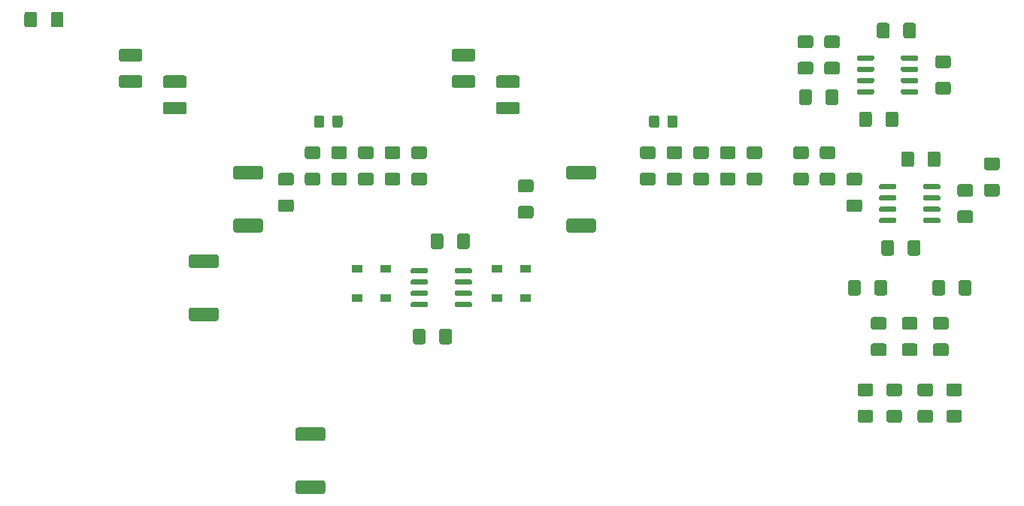
<source format=gbr>
%TF.GenerationSoftware,KiCad,Pcbnew,(5.1.6-0)*%
%TF.CreationDate,2023-07-03T12:35:29-07:00*%
%TF.ProjectId,LM3886x2_inv_bal_servo,4c4d3338-3836-4783-925f-696e765f6261,rev?*%
%TF.SameCoordinates,Original*%
%TF.FileFunction,Paste,Top*%
%TF.FilePolarity,Positive*%
%FSLAX46Y46*%
G04 Gerber Fmt 4.6, Leading zero omitted, Abs format (unit mm)*
G04 Created by KiCad (PCBNEW (5.1.6-0)) date 2023-07-03 12:35:29*
%MOMM*%
%LPD*%
G01*
G04 APERTURE LIST*
%ADD10R,1.200000X0.900000*%
G04 APERTURE END LIST*
%TO.C,R3*%
G36*
G01*
X173275000Y-83125000D02*
X173275000Y-81875000D01*
G75*
G02*
X173525000Y-81625000I250000J0D01*
G01*
X174450000Y-81625000D01*
G75*
G02*
X174700000Y-81875000I0J-250000D01*
G01*
X174700000Y-83125000D01*
G75*
G02*
X174450000Y-83375000I-250000J0D01*
G01*
X173525000Y-83375000D01*
G75*
G02*
X173275000Y-83125000I0J250000D01*
G01*
G37*
G36*
G01*
X170300000Y-83125000D02*
X170300000Y-81875000D01*
G75*
G02*
X170550000Y-81625000I250000J0D01*
G01*
X171475000Y-81625000D01*
G75*
G02*
X171725000Y-81875000I0J-250000D01*
G01*
X171725000Y-83125000D01*
G75*
G02*
X171475000Y-83375000I-250000J0D01*
G01*
X170550000Y-83375000D01*
G75*
G02*
X170300000Y-83125000I0J250000D01*
G01*
G37*
%TD*%
%TO.C,DNP4*%
G36*
G01*
X101125000Y-67975000D02*
X99875000Y-67975000D01*
G75*
G02*
X99625000Y-67725000I0J250000D01*
G01*
X99625000Y-66800000D01*
G75*
G02*
X99875000Y-66550000I250000J0D01*
G01*
X101125000Y-66550000D01*
G75*
G02*
X101375000Y-66800000I0J-250000D01*
G01*
X101375000Y-67725000D01*
G75*
G02*
X101125000Y-67975000I-250000J0D01*
G01*
G37*
G36*
G01*
X101125000Y-70950000D02*
X99875000Y-70950000D01*
G75*
G02*
X99625000Y-70700000I0J250000D01*
G01*
X99625000Y-69775000D01*
G75*
G02*
X99875000Y-69525000I250000J0D01*
G01*
X101125000Y-69525000D01*
G75*
G02*
X101375000Y-69775000I0J-250000D01*
G01*
X101375000Y-70700000D01*
G75*
G02*
X101125000Y-70950000I-250000J0D01*
G01*
G37*
%TD*%
%TO.C,DNP3*%
G36*
G01*
X138875000Y-67975000D02*
X137625000Y-67975000D01*
G75*
G02*
X137375000Y-67725000I0J250000D01*
G01*
X137375000Y-66800000D01*
G75*
G02*
X137625000Y-66550000I250000J0D01*
G01*
X138875000Y-66550000D01*
G75*
G02*
X139125000Y-66800000I0J-250000D01*
G01*
X139125000Y-67725000D01*
G75*
G02*
X138875000Y-67975000I-250000J0D01*
G01*
G37*
G36*
G01*
X138875000Y-70950000D02*
X137625000Y-70950000D01*
G75*
G02*
X137375000Y-70700000I0J250000D01*
G01*
X137375000Y-69775000D01*
G75*
G02*
X137625000Y-69525000I250000J0D01*
G01*
X138875000Y-69525000D01*
G75*
G02*
X139125000Y-69775000I0J-250000D01*
G01*
X139125000Y-70700000D01*
G75*
G02*
X138875000Y-70950000I-250000J0D01*
G01*
G37*
%TD*%
%TO.C,DNP2*%
G36*
G01*
X102725000Y-64200001D02*
X102725000Y-63299999D01*
G75*
G02*
X102974999Y-63050000I249999J0D01*
G01*
X103625001Y-63050000D01*
G75*
G02*
X103875000Y-63299999I0J-249999D01*
G01*
X103875000Y-64200001D01*
G75*
G02*
X103625001Y-64450000I-249999J0D01*
G01*
X102974999Y-64450000D01*
G75*
G02*
X102725000Y-64200001I0J249999D01*
G01*
G37*
G36*
G01*
X100675000Y-64200001D02*
X100675000Y-63299999D01*
G75*
G02*
X100924999Y-63050000I249999J0D01*
G01*
X101575001Y-63050000D01*
G75*
G02*
X101825000Y-63299999I0J-249999D01*
G01*
X101825000Y-64200001D01*
G75*
G02*
X101575001Y-64450000I-249999J0D01*
G01*
X100924999Y-64450000D01*
G75*
G02*
X100675000Y-64200001I0J249999D01*
G01*
G37*
%TD*%
%TO.C,DNP1*%
G36*
G01*
X140450000Y-64200001D02*
X140450000Y-63299999D01*
G75*
G02*
X140699999Y-63050000I249999J0D01*
G01*
X141350001Y-63050000D01*
G75*
G02*
X141600000Y-63299999I0J-249999D01*
G01*
X141600000Y-64200001D01*
G75*
G02*
X141350001Y-64450000I-249999J0D01*
G01*
X140699999Y-64450000D01*
G75*
G02*
X140450000Y-64200001I0J249999D01*
G01*
G37*
G36*
G01*
X138400000Y-64200001D02*
X138400000Y-63299999D01*
G75*
G02*
X138649999Y-63050000I249999J0D01*
G01*
X139300001Y-63050000D01*
G75*
G02*
X139550000Y-63299999I0J-249999D01*
G01*
X139550000Y-64200001D01*
G75*
G02*
X139300001Y-64450000I-249999J0D01*
G01*
X138649999Y-64450000D01*
G75*
G02*
X138400000Y-64200001I0J249999D01*
G01*
G37*
%TD*%
%TO.C,U3*%
G36*
G01*
X113500000Y-84255000D02*
X113500000Y-84555000D01*
G75*
G02*
X113350000Y-84705000I-150000J0D01*
G01*
X111700000Y-84705000D01*
G75*
G02*
X111550000Y-84555000I0J150000D01*
G01*
X111550000Y-84255000D01*
G75*
G02*
X111700000Y-84105000I150000J0D01*
G01*
X113350000Y-84105000D01*
G75*
G02*
X113500000Y-84255000I0J-150000D01*
G01*
G37*
G36*
G01*
X113500000Y-82985000D02*
X113500000Y-83285000D01*
G75*
G02*
X113350000Y-83435000I-150000J0D01*
G01*
X111700000Y-83435000D01*
G75*
G02*
X111550000Y-83285000I0J150000D01*
G01*
X111550000Y-82985000D01*
G75*
G02*
X111700000Y-82835000I150000J0D01*
G01*
X113350000Y-82835000D01*
G75*
G02*
X113500000Y-82985000I0J-150000D01*
G01*
G37*
G36*
G01*
X113500000Y-81715000D02*
X113500000Y-82015000D01*
G75*
G02*
X113350000Y-82165000I-150000J0D01*
G01*
X111700000Y-82165000D01*
G75*
G02*
X111550000Y-82015000I0J150000D01*
G01*
X111550000Y-81715000D01*
G75*
G02*
X111700000Y-81565000I150000J0D01*
G01*
X113350000Y-81565000D01*
G75*
G02*
X113500000Y-81715000I0J-150000D01*
G01*
G37*
G36*
G01*
X113500000Y-80445000D02*
X113500000Y-80745000D01*
G75*
G02*
X113350000Y-80895000I-150000J0D01*
G01*
X111700000Y-80895000D01*
G75*
G02*
X111550000Y-80745000I0J150000D01*
G01*
X111550000Y-80445000D01*
G75*
G02*
X111700000Y-80295000I150000J0D01*
G01*
X113350000Y-80295000D01*
G75*
G02*
X113500000Y-80445000I0J-150000D01*
G01*
G37*
G36*
G01*
X118450000Y-80445000D02*
X118450000Y-80745000D01*
G75*
G02*
X118300000Y-80895000I-150000J0D01*
G01*
X116650000Y-80895000D01*
G75*
G02*
X116500000Y-80745000I0J150000D01*
G01*
X116500000Y-80445000D01*
G75*
G02*
X116650000Y-80295000I150000J0D01*
G01*
X118300000Y-80295000D01*
G75*
G02*
X118450000Y-80445000I0J-150000D01*
G01*
G37*
G36*
G01*
X118450000Y-81715000D02*
X118450000Y-82015000D01*
G75*
G02*
X118300000Y-82165000I-150000J0D01*
G01*
X116650000Y-82165000D01*
G75*
G02*
X116500000Y-82015000I0J150000D01*
G01*
X116500000Y-81715000D01*
G75*
G02*
X116650000Y-81565000I150000J0D01*
G01*
X118300000Y-81565000D01*
G75*
G02*
X118450000Y-81715000I0J-150000D01*
G01*
G37*
G36*
G01*
X118450000Y-82985000D02*
X118450000Y-83285000D01*
G75*
G02*
X118300000Y-83435000I-150000J0D01*
G01*
X116650000Y-83435000D01*
G75*
G02*
X116500000Y-83285000I0J150000D01*
G01*
X116500000Y-82985000D01*
G75*
G02*
X116650000Y-82835000I150000J0D01*
G01*
X118300000Y-82835000D01*
G75*
G02*
X118450000Y-82985000I0J-150000D01*
G01*
G37*
G36*
G01*
X118450000Y-84255000D02*
X118450000Y-84555000D01*
G75*
G02*
X118300000Y-84705000I-150000J0D01*
G01*
X116650000Y-84705000D01*
G75*
G02*
X116500000Y-84555000I0J150000D01*
G01*
X116500000Y-84255000D01*
G75*
G02*
X116650000Y-84105000I150000J0D01*
G01*
X118300000Y-84105000D01*
G75*
G02*
X118450000Y-84255000I0J-150000D01*
G01*
G37*
%TD*%
%TO.C,U2*%
G36*
G01*
X166750000Y-56745000D02*
X166750000Y-56445000D01*
G75*
G02*
X166900000Y-56295000I150000J0D01*
G01*
X168550000Y-56295000D01*
G75*
G02*
X168700000Y-56445000I0J-150000D01*
G01*
X168700000Y-56745000D01*
G75*
G02*
X168550000Y-56895000I-150000J0D01*
G01*
X166900000Y-56895000D01*
G75*
G02*
X166750000Y-56745000I0J150000D01*
G01*
G37*
G36*
G01*
X166750000Y-58015000D02*
X166750000Y-57715000D01*
G75*
G02*
X166900000Y-57565000I150000J0D01*
G01*
X168550000Y-57565000D01*
G75*
G02*
X168700000Y-57715000I0J-150000D01*
G01*
X168700000Y-58015000D01*
G75*
G02*
X168550000Y-58165000I-150000J0D01*
G01*
X166900000Y-58165000D01*
G75*
G02*
X166750000Y-58015000I0J150000D01*
G01*
G37*
G36*
G01*
X166750000Y-59285000D02*
X166750000Y-58985000D01*
G75*
G02*
X166900000Y-58835000I150000J0D01*
G01*
X168550000Y-58835000D01*
G75*
G02*
X168700000Y-58985000I0J-150000D01*
G01*
X168700000Y-59285000D01*
G75*
G02*
X168550000Y-59435000I-150000J0D01*
G01*
X166900000Y-59435000D01*
G75*
G02*
X166750000Y-59285000I0J150000D01*
G01*
G37*
G36*
G01*
X166750000Y-60555000D02*
X166750000Y-60255000D01*
G75*
G02*
X166900000Y-60105000I150000J0D01*
G01*
X168550000Y-60105000D01*
G75*
G02*
X168700000Y-60255000I0J-150000D01*
G01*
X168700000Y-60555000D01*
G75*
G02*
X168550000Y-60705000I-150000J0D01*
G01*
X166900000Y-60705000D01*
G75*
G02*
X166750000Y-60555000I0J150000D01*
G01*
G37*
G36*
G01*
X161800000Y-60555000D02*
X161800000Y-60255000D01*
G75*
G02*
X161950000Y-60105000I150000J0D01*
G01*
X163600000Y-60105000D01*
G75*
G02*
X163750000Y-60255000I0J-150000D01*
G01*
X163750000Y-60555000D01*
G75*
G02*
X163600000Y-60705000I-150000J0D01*
G01*
X161950000Y-60705000D01*
G75*
G02*
X161800000Y-60555000I0J150000D01*
G01*
G37*
G36*
G01*
X161800000Y-59285000D02*
X161800000Y-58985000D01*
G75*
G02*
X161950000Y-58835000I150000J0D01*
G01*
X163600000Y-58835000D01*
G75*
G02*
X163750000Y-58985000I0J-150000D01*
G01*
X163750000Y-59285000D01*
G75*
G02*
X163600000Y-59435000I-150000J0D01*
G01*
X161950000Y-59435000D01*
G75*
G02*
X161800000Y-59285000I0J150000D01*
G01*
G37*
G36*
G01*
X161800000Y-58015000D02*
X161800000Y-57715000D01*
G75*
G02*
X161950000Y-57565000I150000J0D01*
G01*
X163600000Y-57565000D01*
G75*
G02*
X163750000Y-57715000I0J-150000D01*
G01*
X163750000Y-58015000D01*
G75*
G02*
X163600000Y-58165000I-150000J0D01*
G01*
X161950000Y-58165000D01*
G75*
G02*
X161800000Y-58015000I0J150000D01*
G01*
G37*
G36*
G01*
X161800000Y-56745000D02*
X161800000Y-56445000D01*
G75*
G02*
X161950000Y-56295000I150000J0D01*
G01*
X163600000Y-56295000D01*
G75*
G02*
X163750000Y-56445000I0J-150000D01*
G01*
X163750000Y-56745000D01*
G75*
G02*
X163600000Y-56895000I-150000J0D01*
G01*
X161950000Y-56895000D01*
G75*
G02*
X161800000Y-56745000I0J150000D01*
G01*
G37*
%TD*%
%TO.C,U1*%
G36*
G01*
X169250000Y-71245000D02*
X169250000Y-70945000D01*
G75*
G02*
X169400000Y-70795000I150000J0D01*
G01*
X171050000Y-70795000D01*
G75*
G02*
X171200000Y-70945000I0J-150000D01*
G01*
X171200000Y-71245000D01*
G75*
G02*
X171050000Y-71395000I-150000J0D01*
G01*
X169400000Y-71395000D01*
G75*
G02*
X169250000Y-71245000I0J150000D01*
G01*
G37*
G36*
G01*
X169250000Y-72515000D02*
X169250000Y-72215000D01*
G75*
G02*
X169400000Y-72065000I150000J0D01*
G01*
X171050000Y-72065000D01*
G75*
G02*
X171200000Y-72215000I0J-150000D01*
G01*
X171200000Y-72515000D01*
G75*
G02*
X171050000Y-72665000I-150000J0D01*
G01*
X169400000Y-72665000D01*
G75*
G02*
X169250000Y-72515000I0J150000D01*
G01*
G37*
G36*
G01*
X169250000Y-73785000D02*
X169250000Y-73485000D01*
G75*
G02*
X169400000Y-73335000I150000J0D01*
G01*
X171050000Y-73335000D01*
G75*
G02*
X171200000Y-73485000I0J-150000D01*
G01*
X171200000Y-73785000D01*
G75*
G02*
X171050000Y-73935000I-150000J0D01*
G01*
X169400000Y-73935000D01*
G75*
G02*
X169250000Y-73785000I0J150000D01*
G01*
G37*
G36*
G01*
X169250000Y-75055000D02*
X169250000Y-74755000D01*
G75*
G02*
X169400000Y-74605000I150000J0D01*
G01*
X171050000Y-74605000D01*
G75*
G02*
X171200000Y-74755000I0J-150000D01*
G01*
X171200000Y-75055000D01*
G75*
G02*
X171050000Y-75205000I-150000J0D01*
G01*
X169400000Y-75205000D01*
G75*
G02*
X169250000Y-75055000I0J150000D01*
G01*
G37*
G36*
G01*
X164300000Y-75055000D02*
X164300000Y-74755000D01*
G75*
G02*
X164450000Y-74605000I150000J0D01*
G01*
X166100000Y-74605000D01*
G75*
G02*
X166250000Y-74755000I0J-150000D01*
G01*
X166250000Y-75055000D01*
G75*
G02*
X166100000Y-75205000I-150000J0D01*
G01*
X164450000Y-75205000D01*
G75*
G02*
X164300000Y-75055000I0J150000D01*
G01*
G37*
G36*
G01*
X164300000Y-73785000D02*
X164300000Y-73485000D01*
G75*
G02*
X164450000Y-73335000I150000J0D01*
G01*
X166100000Y-73335000D01*
G75*
G02*
X166250000Y-73485000I0J-150000D01*
G01*
X166250000Y-73785000D01*
G75*
G02*
X166100000Y-73935000I-150000J0D01*
G01*
X164450000Y-73935000D01*
G75*
G02*
X164300000Y-73785000I0J150000D01*
G01*
G37*
G36*
G01*
X164300000Y-72515000D02*
X164300000Y-72215000D01*
G75*
G02*
X164450000Y-72065000I150000J0D01*
G01*
X166100000Y-72065000D01*
G75*
G02*
X166250000Y-72215000I0J-150000D01*
G01*
X166250000Y-72515000D01*
G75*
G02*
X166100000Y-72665000I-150000J0D01*
G01*
X164450000Y-72665000D01*
G75*
G02*
X164300000Y-72515000I0J150000D01*
G01*
G37*
G36*
G01*
X164300000Y-71245000D02*
X164300000Y-70945000D01*
G75*
G02*
X164450000Y-70795000I150000J0D01*
G01*
X166100000Y-70795000D01*
G75*
G02*
X166250000Y-70945000I0J-150000D01*
G01*
X166250000Y-71245000D01*
G75*
G02*
X166100000Y-71395000I-150000J0D01*
G01*
X164450000Y-71395000D01*
G75*
G02*
X164300000Y-71245000I0J150000D01*
G01*
G37*
%TD*%
%TO.C,R32*%
G36*
G01*
X101675001Y-99775000D02*
X98824999Y-99775000D01*
G75*
G02*
X98575000Y-99525001I0J249999D01*
G01*
X98575000Y-98499999D01*
G75*
G02*
X98824999Y-98250000I249999J0D01*
G01*
X101675001Y-98250000D01*
G75*
G02*
X101925000Y-98499999I0J-249999D01*
G01*
X101925000Y-99525001D01*
G75*
G02*
X101675001Y-99775000I-249999J0D01*
G01*
G37*
G36*
G01*
X101675001Y-105750000D02*
X98824999Y-105750000D01*
G75*
G02*
X98575000Y-105500001I0J249999D01*
G01*
X98575000Y-104474999D01*
G75*
G02*
X98824999Y-104225000I249999J0D01*
G01*
X101675001Y-104225000D01*
G75*
G02*
X101925000Y-104474999I0J-249999D01*
G01*
X101925000Y-105500001D01*
G75*
G02*
X101675001Y-105750000I-249999J0D01*
G01*
G37*
%TD*%
%TO.C,R31*%
G36*
G01*
X89675001Y-80275000D02*
X86824999Y-80275000D01*
G75*
G02*
X86575000Y-80025001I0J249999D01*
G01*
X86575000Y-78999999D01*
G75*
G02*
X86824999Y-78750000I249999J0D01*
G01*
X89675001Y-78750000D01*
G75*
G02*
X89925000Y-78999999I0J-249999D01*
G01*
X89925000Y-80025001D01*
G75*
G02*
X89675001Y-80275000I-249999J0D01*
G01*
G37*
G36*
G01*
X89675001Y-86250000D02*
X86824999Y-86250000D01*
G75*
G02*
X86575000Y-86000001I0J249999D01*
G01*
X86575000Y-84974999D01*
G75*
G02*
X86824999Y-84725000I249999J0D01*
G01*
X89675001Y-84725000D01*
G75*
G02*
X89925000Y-84974999I0J-249999D01*
G01*
X89925000Y-86000001D01*
G75*
G02*
X89675001Y-86250000I-249999J0D01*
G01*
G37*
%TD*%
%TO.C,R30*%
G36*
G01*
X94675001Y-70275000D02*
X91824999Y-70275000D01*
G75*
G02*
X91575000Y-70025001I0J249999D01*
G01*
X91575000Y-68999999D01*
G75*
G02*
X91824999Y-68750000I249999J0D01*
G01*
X94675001Y-68750000D01*
G75*
G02*
X94925000Y-68999999I0J-249999D01*
G01*
X94925000Y-70025001D01*
G75*
G02*
X94675001Y-70275000I-249999J0D01*
G01*
G37*
G36*
G01*
X94675001Y-76250000D02*
X91824999Y-76250000D01*
G75*
G02*
X91575000Y-76000001I0J249999D01*
G01*
X91575000Y-74974999D01*
G75*
G02*
X91824999Y-74725000I249999J0D01*
G01*
X94675001Y-74725000D01*
G75*
G02*
X94925000Y-74974999I0J-249999D01*
G01*
X94925000Y-76000001D01*
G75*
G02*
X94675001Y-76250000I-249999J0D01*
G01*
G37*
%TD*%
%TO.C,R29*%
G36*
G01*
X132175001Y-70275000D02*
X129324999Y-70275000D01*
G75*
G02*
X129075000Y-70025001I0J249999D01*
G01*
X129075000Y-68999999D01*
G75*
G02*
X129324999Y-68750000I249999J0D01*
G01*
X132175001Y-68750000D01*
G75*
G02*
X132425000Y-68999999I0J-249999D01*
G01*
X132425000Y-70025001D01*
G75*
G02*
X132175001Y-70275000I-249999J0D01*
G01*
G37*
G36*
G01*
X132175001Y-76250000D02*
X129324999Y-76250000D01*
G75*
G02*
X129075000Y-76000001I0J249999D01*
G01*
X129075000Y-74974999D01*
G75*
G02*
X129324999Y-74725000I249999J0D01*
G01*
X132175001Y-74725000D01*
G75*
G02*
X132425000Y-74974999I0J-249999D01*
G01*
X132425000Y-76000001D01*
G75*
G02*
X132175001Y-76250000I-249999J0D01*
G01*
G37*
%TD*%
%TO.C,R28*%
G36*
G01*
X98125000Y-70975000D02*
X96875000Y-70975000D01*
G75*
G02*
X96625000Y-70725000I0J250000D01*
G01*
X96625000Y-69800000D01*
G75*
G02*
X96875000Y-69550000I250000J0D01*
G01*
X98125000Y-69550000D01*
G75*
G02*
X98375000Y-69800000I0J-250000D01*
G01*
X98375000Y-70725000D01*
G75*
G02*
X98125000Y-70975000I-250000J0D01*
G01*
G37*
G36*
G01*
X98125000Y-73950000D02*
X96875000Y-73950000D01*
G75*
G02*
X96625000Y-73700000I0J250000D01*
G01*
X96625000Y-72775000D01*
G75*
G02*
X96875000Y-72525000I250000J0D01*
G01*
X98125000Y-72525000D01*
G75*
G02*
X98375000Y-72775000I0J-250000D01*
G01*
X98375000Y-73700000D01*
G75*
G02*
X98125000Y-73950000I-250000J0D01*
G01*
G37*
%TD*%
%TO.C,R27*%
G36*
G01*
X125125000Y-71725000D02*
X123875000Y-71725000D01*
G75*
G02*
X123625000Y-71475000I0J250000D01*
G01*
X123625000Y-70550000D01*
G75*
G02*
X123875000Y-70300000I250000J0D01*
G01*
X125125000Y-70300000D01*
G75*
G02*
X125375000Y-70550000I0J-250000D01*
G01*
X125375000Y-71475000D01*
G75*
G02*
X125125000Y-71725000I-250000J0D01*
G01*
G37*
G36*
G01*
X125125000Y-74700000D02*
X123875000Y-74700000D01*
G75*
G02*
X123625000Y-74450000I0J250000D01*
G01*
X123625000Y-73525000D01*
G75*
G02*
X123875000Y-73275000I250000J0D01*
G01*
X125125000Y-73275000D01*
G75*
G02*
X125375000Y-73525000I0J-250000D01*
G01*
X125375000Y-74450000D01*
G75*
G02*
X125125000Y-74700000I-250000J0D01*
G01*
G37*
%TD*%
%TO.C,R26*%
G36*
G01*
X104125000Y-67975000D02*
X102875000Y-67975000D01*
G75*
G02*
X102625000Y-67725000I0J250000D01*
G01*
X102625000Y-66800000D01*
G75*
G02*
X102875000Y-66550000I250000J0D01*
G01*
X104125000Y-66550000D01*
G75*
G02*
X104375000Y-66800000I0J-250000D01*
G01*
X104375000Y-67725000D01*
G75*
G02*
X104125000Y-67975000I-250000J0D01*
G01*
G37*
G36*
G01*
X104125000Y-70950000D02*
X102875000Y-70950000D01*
G75*
G02*
X102625000Y-70700000I0J250000D01*
G01*
X102625000Y-69775000D01*
G75*
G02*
X102875000Y-69525000I250000J0D01*
G01*
X104125000Y-69525000D01*
G75*
G02*
X104375000Y-69775000I0J-250000D01*
G01*
X104375000Y-70700000D01*
G75*
G02*
X104125000Y-70950000I-250000J0D01*
G01*
G37*
%TD*%
%TO.C,R25*%
G36*
G01*
X141875000Y-67975000D02*
X140625000Y-67975000D01*
G75*
G02*
X140375000Y-67725000I0J250000D01*
G01*
X140375000Y-66800000D01*
G75*
G02*
X140625000Y-66550000I250000J0D01*
G01*
X141875000Y-66550000D01*
G75*
G02*
X142125000Y-66800000I0J-250000D01*
G01*
X142125000Y-67725000D01*
G75*
G02*
X141875000Y-67975000I-250000J0D01*
G01*
G37*
G36*
G01*
X141875000Y-70950000D02*
X140625000Y-70950000D01*
G75*
G02*
X140375000Y-70700000I0J250000D01*
G01*
X140375000Y-69775000D01*
G75*
G02*
X140625000Y-69525000I250000J0D01*
G01*
X141875000Y-69525000D01*
G75*
G02*
X142125000Y-69775000I0J-250000D01*
G01*
X142125000Y-70700000D01*
G75*
G02*
X141875000Y-70950000I-250000J0D01*
G01*
G37*
%TD*%
%TO.C,R24*%
G36*
G01*
X69475000Y-51625000D02*
X69475000Y-52875000D01*
G75*
G02*
X69225000Y-53125000I-250000J0D01*
G01*
X68300000Y-53125000D01*
G75*
G02*
X68050000Y-52875000I0J250000D01*
G01*
X68050000Y-51625000D01*
G75*
G02*
X68300000Y-51375000I250000J0D01*
G01*
X69225000Y-51375000D01*
G75*
G02*
X69475000Y-51625000I0J-250000D01*
G01*
G37*
G36*
G01*
X72450000Y-51625000D02*
X72450000Y-52875000D01*
G75*
G02*
X72200000Y-53125000I-250000J0D01*
G01*
X71275000Y-53125000D01*
G75*
G02*
X71025000Y-52875000I0J250000D01*
G01*
X71025000Y-51625000D01*
G75*
G02*
X71275000Y-51375000I250000J0D01*
G01*
X72200000Y-51375000D01*
G75*
G02*
X72450000Y-51625000I0J-250000D01*
G01*
G37*
%TD*%
%TO.C,R23*%
G36*
G01*
X110125000Y-67975000D02*
X108875000Y-67975000D01*
G75*
G02*
X108625000Y-67725000I0J250000D01*
G01*
X108625000Y-66800000D01*
G75*
G02*
X108875000Y-66550000I250000J0D01*
G01*
X110125000Y-66550000D01*
G75*
G02*
X110375000Y-66800000I0J-250000D01*
G01*
X110375000Y-67725000D01*
G75*
G02*
X110125000Y-67975000I-250000J0D01*
G01*
G37*
G36*
G01*
X110125000Y-70950000D02*
X108875000Y-70950000D01*
G75*
G02*
X108625000Y-70700000I0J250000D01*
G01*
X108625000Y-69775000D01*
G75*
G02*
X108875000Y-69525000I250000J0D01*
G01*
X110125000Y-69525000D01*
G75*
G02*
X110375000Y-69775000I0J-250000D01*
G01*
X110375000Y-70700000D01*
G75*
G02*
X110125000Y-70950000I-250000J0D01*
G01*
G37*
%TD*%
%TO.C,R22*%
G36*
G01*
X147875000Y-67975000D02*
X146625000Y-67975000D01*
G75*
G02*
X146375000Y-67725000I0J250000D01*
G01*
X146375000Y-66800000D01*
G75*
G02*
X146625000Y-66550000I250000J0D01*
G01*
X147875000Y-66550000D01*
G75*
G02*
X148125000Y-66800000I0J-250000D01*
G01*
X148125000Y-67725000D01*
G75*
G02*
X147875000Y-67975000I-250000J0D01*
G01*
G37*
G36*
G01*
X147875000Y-70950000D02*
X146625000Y-70950000D01*
G75*
G02*
X146375000Y-70700000I0J250000D01*
G01*
X146375000Y-69775000D01*
G75*
G02*
X146625000Y-69525000I250000J0D01*
G01*
X147875000Y-69525000D01*
G75*
G02*
X148125000Y-69775000I0J-250000D01*
G01*
X148125000Y-70700000D01*
G75*
G02*
X147875000Y-70950000I-250000J0D01*
G01*
G37*
%TD*%
%TO.C,R21*%
G36*
G01*
X105875000Y-69525000D02*
X107125000Y-69525000D01*
G75*
G02*
X107375000Y-69775000I0J-250000D01*
G01*
X107375000Y-70700000D01*
G75*
G02*
X107125000Y-70950000I-250000J0D01*
G01*
X105875000Y-70950000D01*
G75*
G02*
X105625000Y-70700000I0J250000D01*
G01*
X105625000Y-69775000D01*
G75*
G02*
X105875000Y-69525000I250000J0D01*
G01*
G37*
G36*
G01*
X105875000Y-66550000D02*
X107125000Y-66550000D01*
G75*
G02*
X107375000Y-66800000I0J-250000D01*
G01*
X107375000Y-67725000D01*
G75*
G02*
X107125000Y-67975000I-250000J0D01*
G01*
X105875000Y-67975000D01*
G75*
G02*
X105625000Y-67725000I0J250000D01*
G01*
X105625000Y-66800000D01*
G75*
G02*
X105875000Y-66550000I250000J0D01*
G01*
G37*
%TD*%
%TO.C,R20*%
G36*
G01*
X143625000Y-69525000D02*
X144875000Y-69525000D01*
G75*
G02*
X145125000Y-69775000I0J-250000D01*
G01*
X145125000Y-70700000D01*
G75*
G02*
X144875000Y-70950000I-250000J0D01*
G01*
X143625000Y-70950000D01*
G75*
G02*
X143375000Y-70700000I0J250000D01*
G01*
X143375000Y-69775000D01*
G75*
G02*
X143625000Y-69525000I250000J0D01*
G01*
G37*
G36*
G01*
X143625000Y-66550000D02*
X144875000Y-66550000D01*
G75*
G02*
X145125000Y-66800000I0J-250000D01*
G01*
X145125000Y-67725000D01*
G75*
G02*
X144875000Y-67975000I-250000J0D01*
G01*
X143625000Y-67975000D01*
G75*
G02*
X143375000Y-67725000I0J250000D01*
G01*
X143375000Y-66800000D01*
G75*
G02*
X143625000Y-66550000I250000J0D01*
G01*
G37*
%TD*%
%TO.C,R19*%
G36*
G01*
X111875000Y-69525000D02*
X113125000Y-69525000D01*
G75*
G02*
X113375000Y-69775000I0J-250000D01*
G01*
X113375000Y-70700000D01*
G75*
G02*
X113125000Y-70950000I-250000J0D01*
G01*
X111875000Y-70950000D01*
G75*
G02*
X111625000Y-70700000I0J250000D01*
G01*
X111625000Y-69775000D01*
G75*
G02*
X111875000Y-69525000I250000J0D01*
G01*
G37*
G36*
G01*
X111875000Y-66550000D02*
X113125000Y-66550000D01*
G75*
G02*
X113375000Y-66800000I0J-250000D01*
G01*
X113375000Y-67725000D01*
G75*
G02*
X113125000Y-67975000I-250000J0D01*
G01*
X111875000Y-67975000D01*
G75*
G02*
X111625000Y-67725000I0J250000D01*
G01*
X111625000Y-66800000D01*
G75*
G02*
X111875000Y-66550000I250000J0D01*
G01*
G37*
%TD*%
%TO.C,R18*%
G36*
G01*
X149625000Y-69525000D02*
X150875000Y-69525000D01*
G75*
G02*
X151125000Y-69775000I0J-250000D01*
G01*
X151125000Y-70700000D01*
G75*
G02*
X150875000Y-70950000I-250000J0D01*
G01*
X149625000Y-70950000D01*
G75*
G02*
X149375000Y-70700000I0J250000D01*
G01*
X149375000Y-69775000D01*
G75*
G02*
X149625000Y-69525000I250000J0D01*
G01*
G37*
G36*
G01*
X149625000Y-66550000D02*
X150875000Y-66550000D01*
G75*
G02*
X151125000Y-66800000I0J-250000D01*
G01*
X151125000Y-67725000D01*
G75*
G02*
X150875000Y-67975000I-250000J0D01*
G01*
X149625000Y-67975000D01*
G75*
G02*
X149375000Y-67725000I0J250000D01*
G01*
X149375000Y-66800000D01*
G75*
G02*
X149625000Y-66550000I250000J0D01*
G01*
G37*
%TD*%
%TO.C,R17*%
G36*
G01*
X155375000Y-57025000D02*
X156625000Y-57025000D01*
G75*
G02*
X156875000Y-57275000I0J-250000D01*
G01*
X156875000Y-58200000D01*
G75*
G02*
X156625000Y-58450000I-250000J0D01*
G01*
X155375000Y-58450000D01*
G75*
G02*
X155125000Y-58200000I0J250000D01*
G01*
X155125000Y-57275000D01*
G75*
G02*
X155375000Y-57025000I250000J0D01*
G01*
G37*
G36*
G01*
X155375000Y-54050000D02*
X156625000Y-54050000D01*
G75*
G02*
X156875000Y-54300000I0J-250000D01*
G01*
X156875000Y-55225000D01*
G75*
G02*
X156625000Y-55475000I-250000J0D01*
G01*
X155375000Y-55475000D01*
G75*
G02*
X155125000Y-55225000I0J250000D01*
G01*
X155125000Y-54300000D01*
G75*
G02*
X155375000Y-54050000I250000J0D01*
G01*
G37*
%TD*%
%TO.C,R16*%
G36*
G01*
X156725000Y-60375000D02*
X156725000Y-61625000D01*
G75*
G02*
X156475000Y-61875000I-250000J0D01*
G01*
X155550000Y-61875000D01*
G75*
G02*
X155300000Y-61625000I0J250000D01*
G01*
X155300000Y-60375000D01*
G75*
G02*
X155550000Y-60125000I250000J0D01*
G01*
X156475000Y-60125000D01*
G75*
G02*
X156725000Y-60375000I0J-250000D01*
G01*
G37*
G36*
G01*
X159700000Y-60375000D02*
X159700000Y-61625000D01*
G75*
G02*
X159450000Y-61875000I-250000J0D01*
G01*
X158525000Y-61875000D01*
G75*
G02*
X158275000Y-61625000I0J250000D01*
G01*
X158275000Y-60375000D01*
G75*
G02*
X158525000Y-60125000I250000J0D01*
G01*
X159450000Y-60125000D01*
G75*
G02*
X159700000Y-60375000I0J-250000D01*
G01*
G37*
%TD*%
%TO.C,R15*%
G36*
G01*
X159625000Y-55475000D02*
X158375000Y-55475000D01*
G75*
G02*
X158125000Y-55225000I0J250000D01*
G01*
X158125000Y-54300000D01*
G75*
G02*
X158375000Y-54050000I250000J0D01*
G01*
X159625000Y-54050000D01*
G75*
G02*
X159875000Y-54300000I0J-250000D01*
G01*
X159875000Y-55225000D01*
G75*
G02*
X159625000Y-55475000I-250000J0D01*
G01*
G37*
G36*
G01*
X159625000Y-58450000D02*
X158375000Y-58450000D01*
G75*
G02*
X158125000Y-58200000I0J250000D01*
G01*
X158125000Y-57275000D01*
G75*
G02*
X158375000Y-57025000I250000J0D01*
G01*
X159625000Y-57025000D01*
G75*
G02*
X159875000Y-57275000I0J-250000D01*
G01*
X159875000Y-58200000D01*
G75*
G02*
X159625000Y-58450000I-250000J0D01*
G01*
G37*
%TD*%
%TO.C,R14*%
G36*
G01*
X170875000Y-59275000D02*
X172125000Y-59275000D01*
G75*
G02*
X172375000Y-59525000I0J-250000D01*
G01*
X172375000Y-60450000D01*
G75*
G02*
X172125000Y-60700000I-250000J0D01*
G01*
X170875000Y-60700000D01*
G75*
G02*
X170625000Y-60450000I0J250000D01*
G01*
X170625000Y-59525000D01*
G75*
G02*
X170875000Y-59275000I250000J0D01*
G01*
G37*
G36*
G01*
X170875000Y-56300000D02*
X172125000Y-56300000D01*
G75*
G02*
X172375000Y-56550000I0J-250000D01*
G01*
X172375000Y-57475000D01*
G75*
G02*
X172125000Y-57725000I-250000J0D01*
G01*
X170875000Y-57725000D01*
G75*
G02*
X170625000Y-57475000I0J250000D01*
G01*
X170625000Y-56550000D01*
G75*
G02*
X170875000Y-56300000I250000J0D01*
G01*
G37*
%TD*%
%TO.C,R13*%
G36*
G01*
X156125000Y-67975000D02*
X154875000Y-67975000D01*
G75*
G02*
X154625000Y-67725000I0J250000D01*
G01*
X154625000Y-66800000D01*
G75*
G02*
X154875000Y-66550000I250000J0D01*
G01*
X156125000Y-66550000D01*
G75*
G02*
X156375000Y-66800000I0J-250000D01*
G01*
X156375000Y-67725000D01*
G75*
G02*
X156125000Y-67975000I-250000J0D01*
G01*
G37*
G36*
G01*
X156125000Y-70950000D02*
X154875000Y-70950000D01*
G75*
G02*
X154625000Y-70700000I0J250000D01*
G01*
X154625000Y-69775000D01*
G75*
G02*
X154875000Y-69525000I250000J0D01*
G01*
X156125000Y-69525000D01*
G75*
G02*
X156375000Y-69775000I0J-250000D01*
G01*
X156375000Y-70700000D01*
G75*
G02*
X156125000Y-70950000I-250000J0D01*
G01*
G37*
%TD*%
%TO.C,R12*%
G36*
G01*
X176375000Y-70775000D02*
X177625000Y-70775000D01*
G75*
G02*
X177875000Y-71025000I0J-250000D01*
G01*
X177875000Y-71950000D01*
G75*
G02*
X177625000Y-72200000I-250000J0D01*
G01*
X176375000Y-72200000D01*
G75*
G02*
X176125000Y-71950000I0J250000D01*
G01*
X176125000Y-71025000D01*
G75*
G02*
X176375000Y-70775000I250000J0D01*
G01*
G37*
G36*
G01*
X176375000Y-67800000D02*
X177625000Y-67800000D01*
G75*
G02*
X177875000Y-68050000I0J-250000D01*
G01*
X177875000Y-68975000D01*
G75*
G02*
X177625000Y-69225000I-250000J0D01*
G01*
X176375000Y-69225000D01*
G75*
G02*
X176125000Y-68975000I0J250000D01*
G01*
X176125000Y-68050000D01*
G75*
G02*
X176375000Y-67800000I250000J0D01*
G01*
G37*
%TD*%
%TO.C,R11*%
G36*
G01*
X157875000Y-69525000D02*
X159125000Y-69525000D01*
G75*
G02*
X159375000Y-69775000I0J-250000D01*
G01*
X159375000Y-70700000D01*
G75*
G02*
X159125000Y-70950000I-250000J0D01*
G01*
X157875000Y-70950000D01*
G75*
G02*
X157625000Y-70700000I0J250000D01*
G01*
X157625000Y-69775000D01*
G75*
G02*
X157875000Y-69525000I250000J0D01*
G01*
G37*
G36*
G01*
X157875000Y-66550000D02*
X159125000Y-66550000D01*
G75*
G02*
X159375000Y-66800000I0J-250000D01*
G01*
X159375000Y-67725000D01*
G75*
G02*
X159125000Y-67975000I-250000J0D01*
G01*
X157875000Y-67975000D01*
G75*
G02*
X157625000Y-67725000I0J250000D01*
G01*
X157625000Y-66800000D01*
G75*
G02*
X157875000Y-66550000I250000J0D01*
G01*
G37*
%TD*%
%TO.C,R10*%
G36*
G01*
X173375000Y-73775000D02*
X174625000Y-73775000D01*
G75*
G02*
X174875000Y-74025000I0J-250000D01*
G01*
X174875000Y-74950000D01*
G75*
G02*
X174625000Y-75200000I-250000J0D01*
G01*
X173375000Y-75200000D01*
G75*
G02*
X173125000Y-74950000I0J250000D01*
G01*
X173125000Y-74025000D01*
G75*
G02*
X173375000Y-73775000I250000J0D01*
G01*
G37*
G36*
G01*
X173375000Y-70800000D02*
X174625000Y-70800000D01*
G75*
G02*
X174875000Y-71050000I0J-250000D01*
G01*
X174875000Y-71975000D01*
G75*
G02*
X174625000Y-72225000I-250000J0D01*
G01*
X173375000Y-72225000D01*
G75*
G02*
X173125000Y-71975000I0J250000D01*
G01*
X173125000Y-71050000D01*
G75*
G02*
X173375000Y-70800000I250000J0D01*
G01*
G37*
%TD*%
%TO.C,R9*%
G36*
G01*
X160875000Y-72525000D02*
X162125000Y-72525000D01*
G75*
G02*
X162375000Y-72775000I0J-250000D01*
G01*
X162375000Y-73700000D01*
G75*
G02*
X162125000Y-73950000I-250000J0D01*
G01*
X160875000Y-73950000D01*
G75*
G02*
X160625000Y-73700000I0J250000D01*
G01*
X160625000Y-72775000D01*
G75*
G02*
X160875000Y-72525000I250000J0D01*
G01*
G37*
G36*
G01*
X160875000Y-69550000D02*
X162125000Y-69550000D01*
G75*
G02*
X162375000Y-69800000I0J-250000D01*
G01*
X162375000Y-70725000D01*
G75*
G02*
X162125000Y-70975000I-250000J0D01*
G01*
X160875000Y-70975000D01*
G75*
G02*
X160625000Y-70725000I0J250000D01*
G01*
X160625000Y-69800000D01*
G75*
G02*
X160875000Y-69550000I250000J0D01*
G01*
G37*
%TD*%
%TO.C,R8*%
G36*
G01*
X163775000Y-83125000D02*
X163775000Y-81875000D01*
G75*
G02*
X164025000Y-81625000I250000J0D01*
G01*
X164950000Y-81625000D01*
G75*
G02*
X165200000Y-81875000I0J-250000D01*
G01*
X165200000Y-83125000D01*
G75*
G02*
X164950000Y-83375000I-250000J0D01*
G01*
X164025000Y-83375000D01*
G75*
G02*
X163775000Y-83125000I0J250000D01*
G01*
G37*
G36*
G01*
X160800000Y-83125000D02*
X160800000Y-81875000D01*
G75*
G02*
X161050000Y-81625000I250000J0D01*
G01*
X161975000Y-81625000D01*
G75*
G02*
X162225000Y-81875000I0J-250000D01*
G01*
X162225000Y-83125000D01*
G75*
G02*
X161975000Y-83375000I-250000J0D01*
G01*
X161050000Y-83375000D01*
G75*
G02*
X160800000Y-83125000I0J250000D01*
G01*
G37*
%TD*%
%TO.C,R7*%
G36*
G01*
X170625000Y-88775000D02*
X171875000Y-88775000D01*
G75*
G02*
X172125000Y-89025000I0J-250000D01*
G01*
X172125000Y-89950000D01*
G75*
G02*
X171875000Y-90200000I-250000J0D01*
G01*
X170625000Y-90200000D01*
G75*
G02*
X170375000Y-89950000I0J250000D01*
G01*
X170375000Y-89025000D01*
G75*
G02*
X170625000Y-88775000I250000J0D01*
G01*
G37*
G36*
G01*
X170625000Y-85800000D02*
X171875000Y-85800000D01*
G75*
G02*
X172125000Y-86050000I0J-250000D01*
G01*
X172125000Y-86975000D01*
G75*
G02*
X171875000Y-87225000I-250000J0D01*
G01*
X170625000Y-87225000D01*
G75*
G02*
X170375000Y-86975000I0J250000D01*
G01*
X170375000Y-86050000D01*
G75*
G02*
X170625000Y-85800000I250000J0D01*
G01*
G37*
%TD*%
%TO.C,R6*%
G36*
G01*
X164875000Y-87225000D02*
X163625000Y-87225000D01*
G75*
G02*
X163375000Y-86975000I0J250000D01*
G01*
X163375000Y-86050000D01*
G75*
G02*
X163625000Y-85800000I250000J0D01*
G01*
X164875000Y-85800000D01*
G75*
G02*
X165125000Y-86050000I0J-250000D01*
G01*
X165125000Y-86975000D01*
G75*
G02*
X164875000Y-87225000I-250000J0D01*
G01*
G37*
G36*
G01*
X164875000Y-90200000D02*
X163625000Y-90200000D01*
G75*
G02*
X163375000Y-89950000I0J250000D01*
G01*
X163375000Y-89025000D01*
G75*
G02*
X163625000Y-88775000I250000J0D01*
G01*
X164875000Y-88775000D01*
G75*
G02*
X165125000Y-89025000I0J-250000D01*
G01*
X165125000Y-89950000D01*
G75*
G02*
X164875000Y-90200000I-250000J0D01*
G01*
G37*
%TD*%
%TO.C,R5*%
G36*
G01*
X167125000Y-88775000D02*
X168375000Y-88775000D01*
G75*
G02*
X168625000Y-89025000I0J-250000D01*
G01*
X168625000Y-89950000D01*
G75*
G02*
X168375000Y-90200000I-250000J0D01*
G01*
X167125000Y-90200000D01*
G75*
G02*
X166875000Y-89950000I0J250000D01*
G01*
X166875000Y-89025000D01*
G75*
G02*
X167125000Y-88775000I250000J0D01*
G01*
G37*
G36*
G01*
X167125000Y-85800000D02*
X168375000Y-85800000D01*
G75*
G02*
X168625000Y-86050000I0J-250000D01*
G01*
X168625000Y-86975000D01*
G75*
G02*
X168375000Y-87225000I-250000J0D01*
G01*
X167125000Y-87225000D01*
G75*
G02*
X166875000Y-86975000I0J250000D01*
G01*
X166875000Y-86050000D01*
G75*
G02*
X167125000Y-85800000I250000J0D01*
G01*
G37*
%TD*%
%TO.C,R2*%
G36*
G01*
X172125000Y-96275000D02*
X173375000Y-96275000D01*
G75*
G02*
X173625000Y-96525000I0J-250000D01*
G01*
X173625000Y-97450000D01*
G75*
G02*
X173375000Y-97700000I-250000J0D01*
G01*
X172125000Y-97700000D01*
G75*
G02*
X171875000Y-97450000I0J250000D01*
G01*
X171875000Y-96525000D01*
G75*
G02*
X172125000Y-96275000I250000J0D01*
G01*
G37*
G36*
G01*
X172125000Y-93300000D02*
X173375000Y-93300000D01*
G75*
G02*
X173625000Y-93550000I0J-250000D01*
G01*
X173625000Y-94475000D01*
G75*
G02*
X173375000Y-94725000I-250000J0D01*
G01*
X172125000Y-94725000D01*
G75*
G02*
X171875000Y-94475000I0J250000D01*
G01*
X171875000Y-93550000D01*
G75*
G02*
X172125000Y-93300000I250000J0D01*
G01*
G37*
%TD*%
%TO.C,R1*%
G36*
G01*
X162125000Y-96275000D02*
X163375000Y-96275000D01*
G75*
G02*
X163625000Y-96525000I0J-250000D01*
G01*
X163625000Y-97450000D01*
G75*
G02*
X163375000Y-97700000I-250000J0D01*
G01*
X162125000Y-97700000D01*
G75*
G02*
X161875000Y-97450000I0J250000D01*
G01*
X161875000Y-96525000D01*
G75*
G02*
X162125000Y-96275000I250000J0D01*
G01*
G37*
G36*
G01*
X162125000Y-93300000D02*
X163375000Y-93300000D01*
G75*
G02*
X163625000Y-93550000I0J-250000D01*
G01*
X163625000Y-94475000D01*
G75*
G02*
X163375000Y-94725000I-250000J0D01*
G01*
X162125000Y-94725000D01*
G75*
G02*
X161875000Y-94475000I0J250000D01*
G01*
X161875000Y-93550000D01*
G75*
G02*
X162125000Y-93300000I250000J0D01*
G01*
G37*
%TD*%
D10*
%TO.C,D4*%
X105500000Y-80350000D03*
X105500000Y-83650000D03*
%TD*%
%TO.C,D3*%
X121250000Y-80350000D03*
X121250000Y-83650000D03*
%TD*%
%TO.C,D2*%
X108750000Y-83650000D03*
X108750000Y-80350000D03*
%TD*%
%TO.C,D1*%
X124500000Y-83650000D03*
X124500000Y-80350000D03*
%TD*%
%TO.C,C14*%
G36*
G01*
X170125000Y-94725000D02*
X168875000Y-94725000D01*
G75*
G02*
X168625000Y-94475000I0J250000D01*
G01*
X168625000Y-93550000D01*
G75*
G02*
X168875000Y-93300000I250000J0D01*
G01*
X170125000Y-93300000D01*
G75*
G02*
X170375000Y-93550000I0J-250000D01*
G01*
X170375000Y-94475000D01*
G75*
G02*
X170125000Y-94725000I-250000J0D01*
G01*
G37*
G36*
G01*
X170125000Y-97700000D02*
X168875000Y-97700000D01*
G75*
G02*
X168625000Y-97450000I0J250000D01*
G01*
X168625000Y-96525000D01*
G75*
G02*
X168875000Y-96275000I250000J0D01*
G01*
X170125000Y-96275000D01*
G75*
G02*
X170375000Y-96525000I0J-250000D01*
G01*
X170375000Y-97450000D01*
G75*
G02*
X170125000Y-97700000I-250000J0D01*
G01*
G37*
%TD*%
%TO.C,C13*%
G36*
G01*
X165375000Y-96275000D02*
X166625000Y-96275000D01*
G75*
G02*
X166875000Y-96525000I0J-250000D01*
G01*
X166875000Y-97450000D01*
G75*
G02*
X166625000Y-97700000I-250000J0D01*
G01*
X165375000Y-97700000D01*
G75*
G02*
X165125000Y-97450000I0J250000D01*
G01*
X165125000Y-96525000D01*
G75*
G02*
X165375000Y-96275000I250000J0D01*
G01*
G37*
G36*
G01*
X165375000Y-93300000D02*
X166625000Y-93300000D01*
G75*
G02*
X166875000Y-93550000I0J-250000D01*
G01*
X166875000Y-94475000D01*
G75*
G02*
X166625000Y-94725000I-250000J0D01*
G01*
X165375000Y-94725000D01*
G75*
G02*
X165125000Y-94475000I0J250000D01*
G01*
X165125000Y-93550000D01*
G75*
G02*
X165375000Y-93300000I250000J0D01*
G01*
G37*
%TD*%
%TO.C,C10*%
G36*
G01*
X81075000Y-56975000D02*
X78925000Y-56975000D01*
G75*
G02*
X78675000Y-56725000I0J250000D01*
G01*
X78675000Y-55800000D01*
G75*
G02*
X78925000Y-55550000I250000J0D01*
G01*
X81075000Y-55550000D01*
G75*
G02*
X81325000Y-55800000I0J-250000D01*
G01*
X81325000Y-56725000D01*
G75*
G02*
X81075000Y-56975000I-250000J0D01*
G01*
G37*
G36*
G01*
X81075000Y-59950000D02*
X78925000Y-59950000D01*
G75*
G02*
X78675000Y-59700000I0J250000D01*
G01*
X78675000Y-58775000D01*
G75*
G02*
X78925000Y-58525000I250000J0D01*
G01*
X81075000Y-58525000D01*
G75*
G02*
X81325000Y-58775000I0J-250000D01*
G01*
X81325000Y-59700000D01*
G75*
G02*
X81075000Y-59950000I-250000J0D01*
G01*
G37*
%TD*%
%TO.C,C9*%
G36*
G01*
X86075000Y-59975000D02*
X83925000Y-59975000D01*
G75*
G02*
X83675000Y-59725000I0J250000D01*
G01*
X83675000Y-58800000D01*
G75*
G02*
X83925000Y-58550000I250000J0D01*
G01*
X86075000Y-58550000D01*
G75*
G02*
X86325000Y-58800000I0J-250000D01*
G01*
X86325000Y-59725000D01*
G75*
G02*
X86075000Y-59975000I-250000J0D01*
G01*
G37*
G36*
G01*
X86075000Y-62950000D02*
X83925000Y-62950000D01*
G75*
G02*
X83675000Y-62700000I0J250000D01*
G01*
X83675000Y-61775000D01*
G75*
G02*
X83925000Y-61525000I250000J0D01*
G01*
X86075000Y-61525000D01*
G75*
G02*
X86325000Y-61775000I0J-250000D01*
G01*
X86325000Y-62700000D01*
G75*
G02*
X86075000Y-62950000I-250000J0D01*
G01*
G37*
%TD*%
%TO.C,C8*%
G36*
G01*
X118575000Y-56975000D02*
X116425000Y-56975000D01*
G75*
G02*
X116175000Y-56725000I0J250000D01*
G01*
X116175000Y-55800000D01*
G75*
G02*
X116425000Y-55550000I250000J0D01*
G01*
X118575000Y-55550000D01*
G75*
G02*
X118825000Y-55800000I0J-250000D01*
G01*
X118825000Y-56725000D01*
G75*
G02*
X118575000Y-56975000I-250000J0D01*
G01*
G37*
G36*
G01*
X118575000Y-59950000D02*
X116425000Y-59950000D01*
G75*
G02*
X116175000Y-59700000I0J250000D01*
G01*
X116175000Y-58775000D01*
G75*
G02*
X116425000Y-58525000I250000J0D01*
G01*
X118575000Y-58525000D01*
G75*
G02*
X118825000Y-58775000I0J-250000D01*
G01*
X118825000Y-59700000D01*
G75*
G02*
X118575000Y-59950000I-250000J0D01*
G01*
G37*
%TD*%
%TO.C,C7*%
G36*
G01*
X123575000Y-59975000D02*
X121425000Y-59975000D01*
G75*
G02*
X121175000Y-59725000I0J250000D01*
G01*
X121175000Y-58800000D01*
G75*
G02*
X121425000Y-58550000I250000J0D01*
G01*
X123575000Y-58550000D01*
G75*
G02*
X123825000Y-58800000I0J-250000D01*
G01*
X123825000Y-59725000D01*
G75*
G02*
X123575000Y-59975000I-250000J0D01*
G01*
G37*
G36*
G01*
X123575000Y-62950000D02*
X121425000Y-62950000D01*
G75*
G02*
X121175000Y-62700000I0J250000D01*
G01*
X121175000Y-61775000D01*
G75*
G02*
X121425000Y-61525000I250000J0D01*
G01*
X123575000Y-61525000D01*
G75*
G02*
X123825000Y-61775000I0J-250000D01*
G01*
X123825000Y-62700000D01*
G75*
G02*
X123575000Y-62950000I-250000J0D01*
G01*
G37*
%TD*%
%TO.C,C6*%
G36*
G01*
X116775000Y-77875000D02*
X116775000Y-76625000D01*
G75*
G02*
X117025000Y-76375000I250000J0D01*
G01*
X117950000Y-76375000D01*
G75*
G02*
X118200000Y-76625000I0J-250000D01*
G01*
X118200000Y-77875000D01*
G75*
G02*
X117950000Y-78125000I-250000J0D01*
G01*
X117025000Y-78125000D01*
G75*
G02*
X116775000Y-77875000I0J250000D01*
G01*
G37*
G36*
G01*
X113800000Y-77875000D02*
X113800000Y-76625000D01*
G75*
G02*
X114050000Y-76375000I250000J0D01*
G01*
X114975000Y-76375000D01*
G75*
G02*
X115225000Y-76625000I0J-250000D01*
G01*
X115225000Y-77875000D01*
G75*
G02*
X114975000Y-78125000I-250000J0D01*
G01*
X114050000Y-78125000D01*
G75*
G02*
X113800000Y-77875000I0J250000D01*
G01*
G37*
%TD*%
%TO.C,C5*%
G36*
G01*
X114775000Y-88625000D02*
X114775000Y-87375000D01*
G75*
G02*
X115025000Y-87125000I250000J0D01*
G01*
X115950000Y-87125000D01*
G75*
G02*
X116200000Y-87375000I0J-250000D01*
G01*
X116200000Y-88625000D01*
G75*
G02*
X115950000Y-88875000I-250000J0D01*
G01*
X115025000Y-88875000D01*
G75*
G02*
X114775000Y-88625000I0J250000D01*
G01*
G37*
G36*
G01*
X111800000Y-88625000D02*
X111800000Y-87375000D01*
G75*
G02*
X112050000Y-87125000I250000J0D01*
G01*
X112975000Y-87125000D01*
G75*
G02*
X113225000Y-87375000I0J-250000D01*
G01*
X113225000Y-88625000D01*
G75*
G02*
X112975000Y-88875000I-250000J0D01*
G01*
X112050000Y-88875000D01*
G75*
G02*
X111800000Y-88625000I0J250000D01*
G01*
G37*
%TD*%
%TO.C,C4*%
G36*
G01*
X163475000Y-62875000D02*
X163475000Y-64125000D01*
G75*
G02*
X163225000Y-64375000I-250000J0D01*
G01*
X162300000Y-64375000D01*
G75*
G02*
X162050000Y-64125000I0J250000D01*
G01*
X162050000Y-62875000D01*
G75*
G02*
X162300000Y-62625000I250000J0D01*
G01*
X163225000Y-62625000D01*
G75*
G02*
X163475000Y-62875000I0J-250000D01*
G01*
G37*
G36*
G01*
X166450000Y-62875000D02*
X166450000Y-64125000D01*
G75*
G02*
X166200000Y-64375000I-250000J0D01*
G01*
X165275000Y-64375000D01*
G75*
G02*
X165025000Y-64125000I0J250000D01*
G01*
X165025000Y-62875000D01*
G75*
G02*
X165275000Y-62625000I250000J0D01*
G01*
X166200000Y-62625000D01*
G75*
G02*
X166450000Y-62875000I0J-250000D01*
G01*
G37*
%TD*%
%TO.C,C3*%
G36*
G01*
X165475000Y-52875000D02*
X165475000Y-54125000D01*
G75*
G02*
X165225000Y-54375000I-250000J0D01*
G01*
X164300000Y-54375000D01*
G75*
G02*
X164050000Y-54125000I0J250000D01*
G01*
X164050000Y-52875000D01*
G75*
G02*
X164300000Y-52625000I250000J0D01*
G01*
X165225000Y-52625000D01*
G75*
G02*
X165475000Y-52875000I0J-250000D01*
G01*
G37*
G36*
G01*
X168450000Y-52875000D02*
X168450000Y-54125000D01*
G75*
G02*
X168200000Y-54375000I-250000J0D01*
G01*
X167275000Y-54375000D01*
G75*
G02*
X167025000Y-54125000I0J250000D01*
G01*
X167025000Y-52875000D01*
G75*
G02*
X167275000Y-52625000I250000J0D01*
G01*
X168200000Y-52625000D01*
G75*
G02*
X168450000Y-52875000I0J-250000D01*
G01*
G37*
%TD*%
%TO.C,C2*%
G36*
G01*
X165975000Y-77375000D02*
X165975000Y-78625000D01*
G75*
G02*
X165725000Y-78875000I-250000J0D01*
G01*
X164800000Y-78875000D01*
G75*
G02*
X164550000Y-78625000I0J250000D01*
G01*
X164550000Y-77375000D01*
G75*
G02*
X164800000Y-77125000I250000J0D01*
G01*
X165725000Y-77125000D01*
G75*
G02*
X165975000Y-77375000I0J-250000D01*
G01*
G37*
G36*
G01*
X168950000Y-77375000D02*
X168950000Y-78625000D01*
G75*
G02*
X168700000Y-78875000I-250000J0D01*
G01*
X167775000Y-78875000D01*
G75*
G02*
X167525000Y-78625000I0J250000D01*
G01*
X167525000Y-77375000D01*
G75*
G02*
X167775000Y-77125000I250000J0D01*
G01*
X168700000Y-77125000D01*
G75*
G02*
X168950000Y-77375000I0J-250000D01*
G01*
G37*
%TD*%
%TO.C,C1*%
G36*
G01*
X168225000Y-67375000D02*
X168225000Y-68625000D01*
G75*
G02*
X167975000Y-68875000I-250000J0D01*
G01*
X167050000Y-68875000D01*
G75*
G02*
X166800000Y-68625000I0J250000D01*
G01*
X166800000Y-67375000D01*
G75*
G02*
X167050000Y-67125000I250000J0D01*
G01*
X167975000Y-67125000D01*
G75*
G02*
X168225000Y-67375000I0J-250000D01*
G01*
G37*
G36*
G01*
X171200000Y-67375000D02*
X171200000Y-68625000D01*
G75*
G02*
X170950000Y-68875000I-250000J0D01*
G01*
X170025000Y-68875000D01*
G75*
G02*
X169775000Y-68625000I0J250000D01*
G01*
X169775000Y-67375000D01*
G75*
G02*
X170025000Y-67125000I250000J0D01*
G01*
X170950000Y-67125000D01*
G75*
G02*
X171200000Y-67375000I0J-250000D01*
G01*
G37*
%TD*%
M02*

</source>
